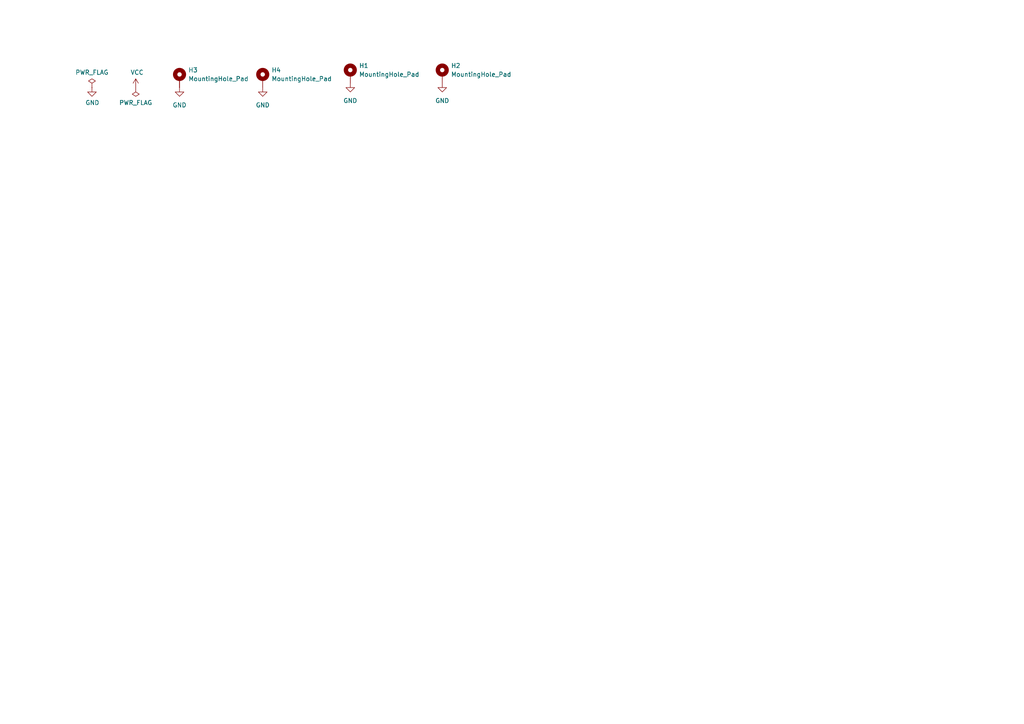
<source format=kicad_sch>
(kicad_sch (version 20211123) (generator eeschema)
  (paper "A4")
  (lib_symbols
    (symbol "Mechanical:MountingHole_Pad" (pin_numbers hide) (pin_names (offset 1.016) hide)
      (property "Reference" "H" (at 0 6.35 0))
      (property "Value" "MountingHole_Pad" (at 0 4.445 0))
      (symbol "MountingHole_Pad_0_1"
        (circle (center 0 1.27) (radius 1.27) (stroke (width 1.27)))
      )
      (symbol "MountingHole_Pad_1_1"
        (pin input line (at 0 -2.54 90) (length 2.54) (name "1") (number "1"))
      )
    )
    (symbol "power:GND" (power) (pin_names (offset 0))
      (property "Value" "GND" (at 0 -3.81 0))
      (symbol "GND_0_1"
        (polyline (pts (xy 0 0) (xy 0 -1.27) (xy 1.27 -1.27) (xy 0 -2.54) (xy -1.27 -1.27) (xy 0 -1.27)))
      )
      (symbol "GND_1_1"
        (pin power_in line (at 0 0 270) (length 0) hide (name "GND") (number "1"))
      )
    )
    (symbol "power:PWR_FLAG" (power) (pin_numbers hide) (pin_names (offset 0) hide)
      (property "Value" "PWR_FLAG" (at 0 3.81 0))
      (symbol "PWR_FLAG_0_0"
        (pin power_out line (at 0 0 90) (length 0) (name "pwr") (number "1"))
      )
      (symbol "PWR_FLAG_0_1"
        (polyline (pts (xy 0 0) (xy 0 1.27) (xy -1.016 1.905) (xy 0 2.54) (xy 1.016 1.905) (xy 0 1.27)))
      )
    )
    (symbol "power:VCC" (power) (pin_names (offset 0))
      (property "Value" "VCC" (at 0 3.81 0))
      (symbol "VCC_0_1"
        (polyline (pts (xy -0.762 1.27) (xy 0 2.54)))
        (polyline (pts (xy 0 0) (xy 0 2.54)))
        (polyline (pts (xy 0 2.54) (xy 0.762 1.27)))
      )
      (symbol "VCC_1_1"
        (pin power_in line (at 0 0 90) (length 0) hide (name "VCC") (number "1"))
      )
    )
  )
  (symbol (lib_id "power:PWR_FLAG") (at 26.67 25.4 0) (unit 1)
    (property "Reference" "#FLG01" (effects hide))
    (property "Value" "PWR_FLAG" (at 26.67 21.0058 0))
  )
  (symbol (lib_id "power:PWR_FLAG") (at 39.37 25.4 180) (unit 1)
    (property "Reference" "#FLG02" (effects hide))
    (property "Value" "PWR_FLAG" (at 39.37 29.7942 0))
  )
  (symbol (lib_id "Mechanical:MountingHole_Pad") (at 101.6 21.59 0) (unit 1)
    (property "Reference" "H1" (at 104.14 19.0499 0) (effects (justify left)))
    (property "Value" "MountingHole_Pad" (at 104.14 21.5899 0) (effects (justify left)))
    (property "Footprint" "nnkb_parts:MountingHole_2.2mm_M2_Pad_mods" (effects hide))
  )
  (symbol (lib_id "power:GND") (at 76.2 25.4 0) (unit 1)
    (property "Reference" "#PWR06" (effects hide))
    (property "Value" "GND" (at 76.2 30.48 0))
  )
  (symbol (lib_id "Mechanical:MountingHole_Pad") (at 128.27 21.59 0) (unit 1)
    (property "Reference" "H2" (at 130.81 19.0499 0) (effects (justify left)))
    (property "Value" "MountingHole_Pad" (at 130.81 21.5899 0) (effects (justify left)))
    (property "Footprint" "nnkb_parts:MountingHole_2.2mm_M2_Pad_mods" (effects hide))
  )
  (symbol (lib_id "power:VCC") (at 39.37 25.4 0) (unit 1)
    (property "Reference" "#PWR04" (effects hide))
    (property "Value" "VCC" (at 39.751 21.0058 0))
  )
  (symbol (lib_id "power:GND") (at 52.07 25.4 0) (unit 1)
    (property "Reference" "#PWR05" (effects hide))
    (property "Value" "GND" (at 52.07 30.48 0))
  )
  (symbol (lib_id "Mechanical:MountingHole_Pad") (at 52.07 22.86 0) (unit 1)
    (property "Reference" "H3" (at 54.61 20.3199 0) (effects (justify left)))
    (property "Value" "MountingHole_Pad" (at 54.61 22.8599 0) (effects (justify left)))
    (property "Footprint" "nnkb_parts:MountingHole_2.2mm_M2_Pad_mods" (effects hide))
  )
  (symbol (lib_id "power:GND") (at 26.67 25.4 0) (unit 1)
    (property "Reference" "#PWR03" (effects hide))
    (property "Value" "GND" (at 26.797 29.7942 0))
  )
  (symbol (lib_id "power:GND") (at 128.27 24.13 0) (unit 1)
    (property "Reference" "#PWR02" (effects hide))
    (property "Value" "GND" (at 128.27 29.21 0))
  )
  (symbol (lib_id "Mechanical:MountingHole_Pad") (at 76.2 22.86 0) (unit 1)
    (property "Reference" "H4" (at 78.74 20.3199 0) (effects (justify left)))
    (property "Value" "MountingHole_Pad" (at 78.74 22.8599 0) (effects (justify left)))
    (property "Footprint" "nnkb_parts:MountingHole_2.2mm_M2_Pad_mods" (effects hide))
  )
  (symbol (lib_id "power:GND") (at 101.6 24.13 0) (unit 1)
    (property "Reference" "#PWR01" (effects hide))
    (property "Value" "GND" (at 101.6 29.21 0))
  )
)
</source>
